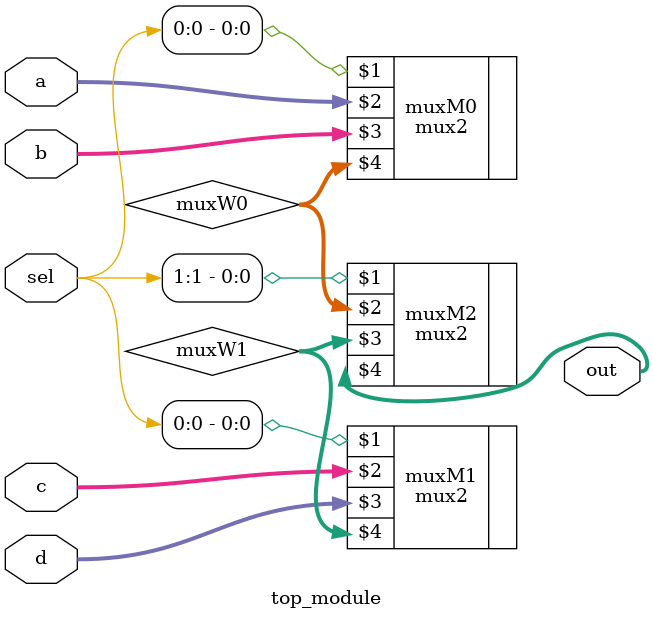
<source format=v>
module top_module (
    input [1:0] sel,
    input [7:0] a,
    input [7:0] b,
    input [7:0] c,
    input [7:0] d,
    output [7:0] out  ); //

    wire [7:0] muxW0, muxW1;
    mux2 muxM0 ( sel[0],    a,    b, muxW0 );
    mux2 muxM1 ( sel[0],    c,    d, muxW1 );
    mux2 muxM2 ( sel[1], muxW0, muxW1,  out );
    
endmodule

</source>
